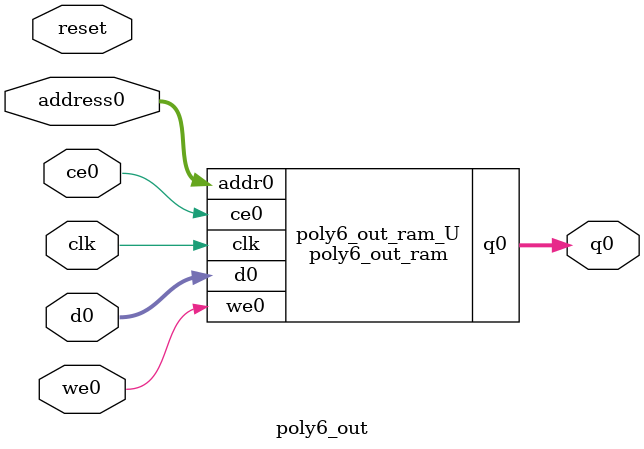
<source format=v>
`timescale 1 ns / 1 ps
module poly6_out_ram (addr0, ce0, d0, we0, q0,  clk);

parameter DWIDTH = 32;
parameter AWIDTH = 23;
parameter MEM_SIZE = 8388608;

input[AWIDTH-1:0] addr0;
input ce0;
input[DWIDTH-1:0] d0;
input we0;
output wire[DWIDTH-1:0] q0;
input clk;

(* ram_style = "block" *)reg [DWIDTH-1:0] ram[0:MEM_SIZE-1];
wire [AWIDTH-1:0] addr0_t0; 
reg [AWIDTH-1:0] addr0_t1; 
wire [DWIDTH-1:0] d0_t0; 
wire we0_t0; 
reg [DWIDTH-1:0] d0_t1; 
reg we0_t1; 
reg [DWIDTH-1:0] q0_t0;
reg [DWIDTH-1:0] q0_t1;


assign addr0_t0 = addr0;
assign d0_t0 = d0;
assign we0_t0 = we0;
assign q0 = q0_t1;

always @(posedge clk)  
begin
    if (ce0) 
    begin
        addr0_t1 <= addr0_t0; 
        d0_t1 <= d0_t0;
        we0_t1 <= we0_t0;
        q0_t1 <= q0_t0;
    end
end


always @(posedge clk)  
begin 
    if (ce0) 
    begin
        if (we0_t1) 
        begin 
            ram[addr0_t1] <= d0_t1; 
        end 
        q0_t0 <= ram[addr0_t1];
    end
end


endmodule

`timescale 1 ns / 1 ps
module poly6_out(
    reset,
    clk,
    address0,
    ce0,
    we0,
    d0,
    q0);

parameter DataWidth = 32'd32;
parameter AddressRange = 32'd8388608;
parameter AddressWidth = 32'd23;
input reset;
input clk;
input[AddressWidth - 1:0] address0;
input ce0;
input we0;
input[DataWidth - 1:0] d0;
output[DataWidth - 1:0] q0;



poly6_out_ram poly6_out_ram_U(
    .clk( clk ),
    .addr0( address0 ),
    .ce0( ce0 ),
    .we0( we0 ),
    .d0( d0 ),
    .q0( q0 ));

endmodule


</source>
